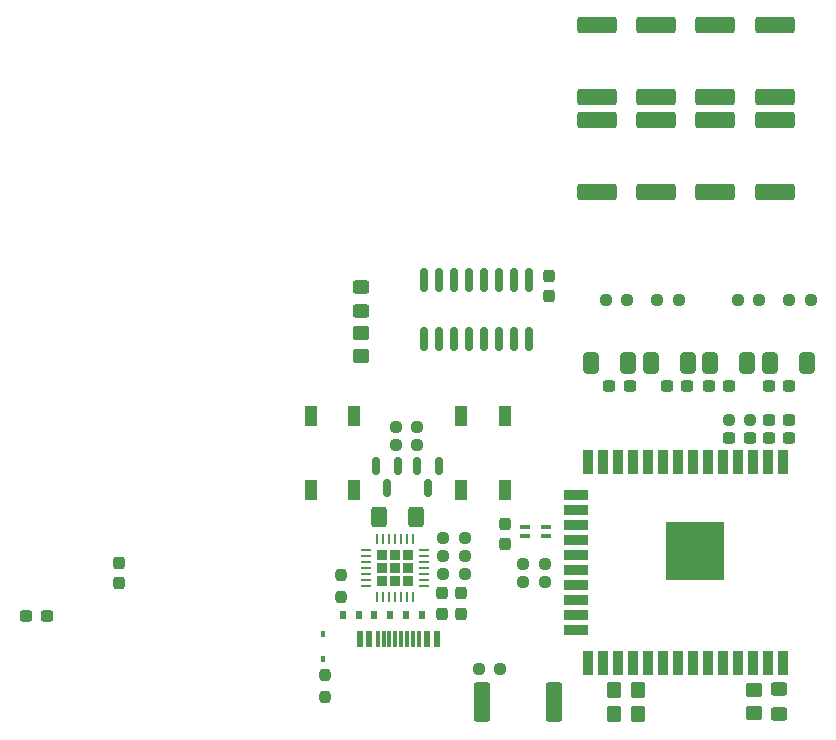
<source format=gtp>
G04 #@! TF.GenerationSoftware,KiCad,Pcbnew,(6.0.4)*
G04 #@! TF.CreationDate,2022-06-03T19:01:50+02:00*
G04 #@! TF.ProjectId,hamodule,68616d6f-6475-46c6-952e-6b696361645f,rev?*
G04 #@! TF.SameCoordinates,Original*
G04 #@! TF.FileFunction,Paste,Top*
G04 #@! TF.FilePolarity,Positive*
%FSLAX46Y46*%
G04 Gerber Fmt 4.6, Leading zero omitted, Abs format (unit mm)*
G04 Created by KiCad (PCBNEW (6.0.4)) date 2022-06-03 19:01:50*
%MOMM*%
%LPD*%
G01*
G04 APERTURE LIST*
G04 Aperture macros list*
%AMRoundRect*
0 Rectangle with rounded corners*
0 $1 Rounding radius*
0 $2 $3 $4 $5 $6 $7 $8 $9 X,Y pos of 4 corners*
0 Add a 4 corners polygon primitive as box body*
4,1,4,$2,$3,$4,$5,$6,$7,$8,$9,$2,$3,0*
0 Add four circle primitives for the rounded corners*
1,1,$1+$1,$2,$3*
1,1,$1+$1,$4,$5*
1,1,$1+$1,$6,$7*
1,1,$1+$1,$8,$9*
0 Add four rect primitives between the rounded corners*
20,1,$1+$1,$2,$3,$4,$5,0*
20,1,$1+$1,$4,$5,$6,$7,0*
20,1,$1+$1,$6,$7,$8,$9,0*
20,1,$1+$1,$8,$9,$2,$3,0*%
G04 Aperture macros list end*
%ADD10RoundRect,0.250000X-0.412500X-0.650000X0.412500X-0.650000X0.412500X0.650000X-0.412500X0.650000X0*%
%ADD11RoundRect,0.249999X-1.425001X0.450001X-1.425001X-0.450001X1.425001X-0.450001X1.425001X0.450001X0*%
%ADD12RoundRect,0.250000X-0.450000X0.325000X-0.450000X-0.325000X0.450000X-0.325000X0.450000X0.325000X0*%
%ADD13RoundRect,0.250000X-0.450000X0.350000X-0.450000X-0.350000X0.450000X-0.350000X0.450000X0.350000X0*%
%ADD14RoundRect,0.237500X0.300000X0.237500X-0.300000X0.237500X-0.300000X-0.237500X0.300000X-0.237500X0*%
%ADD15RoundRect,0.237500X0.237500X-0.300000X0.237500X0.300000X-0.237500X0.300000X-0.237500X-0.300000X0*%
%ADD16RoundRect,0.237500X-0.237500X0.300000X-0.237500X-0.300000X0.237500X-0.300000X0.237500X0.300000X0*%
%ADD17RoundRect,0.150000X0.150000X-0.825000X0.150000X0.825000X-0.150000X0.825000X-0.150000X-0.825000X0*%
%ADD18RoundRect,0.237500X-0.300000X-0.237500X0.300000X-0.237500X0.300000X0.237500X-0.300000X0.237500X0*%
%ADD19RoundRect,0.250000X0.412500X0.650000X-0.412500X0.650000X-0.412500X-0.650000X0.412500X-0.650000X0*%
%ADD20RoundRect,0.237500X-0.250000X-0.237500X0.250000X-0.237500X0.250000X0.237500X-0.250000X0.237500X0*%
%ADD21RoundRect,0.150000X-0.150000X0.587500X-0.150000X-0.587500X0.150000X-0.587500X0.150000X0.587500X0*%
%ADD22RoundRect,0.237500X0.250000X0.237500X-0.250000X0.237500X-0.250000X-0.237500X0.250000X-0.237500X0*%
%ADD23R,0.600000X0.700000*%
%ADD24R,1.100000X1.800000*%
%ADD25RoundRect,0.237500X-0.237500X0.250000X-0.237500X-0.250000X0.237500X-0.250000X0.237500X0.250000X0*%
%ADD26R,0.450000X0.600000*%
%ADD27R,0.900000X2.000000*%
%ADD28R,2.000000X0.900000*%
%ADD29R,5.000000X5.000000*%
%ADD30RoundRect,0.250000X0.400000X0.625000X-0.400000X0.625000X-0.400000X-0.625000X0.400000X-0.625000X0*%
%ADD31RoundRect,0.250000X0.350000X0.450000X-0.350000X0.450000X-0.350000X-0.450000X0.350000X-0.450000X0*%
%ADD32RoundRect,0.225000X0.225000X-0.225000X0.225000X0.225000X-0.225000X0.225000X-0.225000X-0.225000X0*%
%ADD33RoundRect,0.062500X0.062500X-0.337500X0.062500X0.337500X-0.062500X0.337500X-0.062500X-0.337500X0*%
%ADD34RoundRect,0.062500X0.337500X-0.062500X0.337500X0.062500X-0.337500X0.062500X-0.337500X-0.062500X0*%
%ADD35R,0.600000X1.450000*%
%ADD36R,0.300000X1.450000*%
%ADD37RoundRect,0.249999X-0.450001X-1.425001X0.450001X-1.425001X0.450001X1.425001X-0.450001X1.425001X0*%
%ADD38R,0.820000X0.304800*%
%ADD39R,0.820000X0.308800*%
%ADD40RoundRect,0.250000X0.450000X-0.350000X0.450000X0.350000X-0.450000X0.350000X-0.450000X-0.350000X0*%
G04 APERTURE END LIST*
D10*
X182677074Y-120583120D03*
X185802074Y-120583120D03*
D11*
X178117500Y-91986100D03*
X178117500Y-98086100D03*
X183070500Y-91986100D03*
X183070500Y-98086100D03*
X183070500Y-100037900D03*
X183070500Y-106137900D03*
X178117500Y-100037900D03*
X178117500Y-106137900D03*
D12*
X158100000Y-114150000D03*
X158100000Y-116200000D03*
D13*
X158100000Y-118000000D03*
X158100000Y-120000000D03*
D14*
X131500000Y-142000000D03*
X129775000Y-142000000D03*
D15*
X137600000Y-139200000D03*
X137600000Y-137475000D03*
D16*
X174000000Y-113175000D03*
X174000000Y-114900000D03*
D17*
X163455000Y-118512500D03*
X164725000Y-118512500D03*
X165995000Y-118512500D03*
X167265000Y-118512500D03*
X168535000Y-118512500D03*
X169805000Y-118512500D03*
X171075000Y-118512500D03*
X172345000Y-118512500D03*
X172345000Y-113562500D03*
X171075000Y-113562500D03*
X169805000Y-113562500D03*
X168535000Y-113562500D03*
X167265000Y-113562500D03*
X165995000Y-113562500D03*
X164725000Y-113562500D03*
X163455000Y-113562500D03*
D18*
X183998674Y-122564320D03*
X185723674Y-122564320D03*
D14*
X189305074Y-122564320D03*
X187580074Y-122564320D03*
D19*
X190818974Y-120583120D03*
X187693974Y-120583120D03*
D10*
X192761674Y-120583120D03*
X195886674Y-120583120D03*
D11*
X193128900Y-100037900D03*
X193128900Y-106137900D03*
X188099700Y-91986100D03*
X188099700Y-98086100D03*
X193128900Y-91986100D03*
X193128900Y-98086100D03*
X188099700Y-100037900D03*
X188099700Y-106137900D03*
D14*
X180874474Y-122564320D03*
X179149474Y-122564320D03*
D18*
X192660074Y-122564320D03*
X194385074Y-122564320D03*
D20*
X189256000Y-125412500D03*
X191081000Y-125412500D03*
D18*
X192659000Y-125412500D03*
X194384000Y-125412500D03*
D14*
X191018500Y-126936500D03*
X189293500Y-126936500D03*
D21*
X164746500Y-129298500D03*
X162846500Y-129298500D03*
X163796500Y-131173500D03*
D20*
X161071500Y-127513500D03*
X162896500Y-127513500D03*
D22*
X162896500Y-125983500D03*
X161071500Y-125983500D03*
D23*
X157983000Y-141900900D03*
X156583000Y-141900900D03*
D24*
X166566500Y-131300000D03*
X166566500Y-125100000D03*
X170266500Y-125100000D03*
X170266500Y-131300000D03*
X157550000Y-131300000D03*
X157550000Y-125100000D03*
X153850000Y-125100000D03*
X153850000Y-131300000D03*
D16*
X164974900Y-140078300D03*
X164974900Y-141803300D03*
D20*
X165065500Y-135410900D03*
X166890500Y-135410900D03*
D22*
X166890500Y-138458900D03*
X165065500Y-138458900D03*
D20*
X165065500Y-136934900D03*
X166890500Y-136934900D03*
D16*
X166574900Y-140084800D03*
X166574900Y-141809800D03*
D25*
X156406500Y-138553000D03*
X156406500Y-140378000D03*
D26*
X154876500Y-143514100D03*
X154876500Y-145614100D03*
D23*
X160583000Y-141900900D03*
X159183000Y-141900900D03*
X161893000Y-141900900D03*
X163293000Y-141900900D03*
D27*
X193865500Y-128986500D03*
X192595500Y-128986500D03*
X191325500Y-128986500D03*
X190055500Y-128986500D03*
X188785500Y-128986500D03*
X187515500Y-128986500D03*
X186245500Y-128986500D03*
X184975500Y-128986500D03*
X183705500Y-128986500D03*
X182435500Y-128986500D03*
X181165500Y-128986500D03*
X179895500Y-128986500D03*
X178625500Y-128986500D03*
X177355500Y-128986500D03*
D28*
X176355500Y-131771500D03*
X176355500Y-133041500D03*
X176355500Y-134311500D03*
X176355500Y-135581500D03*
X176355500Y-136851500D03*
X176355500Y-138121500D03*
X176355500Y-139391500D03*
X176355500Y-140661500D03*
X176355500Y-141931500D03*
X176355500Y-143201500D03*
D27*
X177355500Y-145986500D03*
X178625500Y-145986500D03*
X179895500Y-145986500D03*
X181165500Y-145986500D03*
X182435500Y-145986500D03*
X183705500Y-145986500D03*
X184975500Y-145986500D03*
X186245500Y-145986500D03*
X187515500Y-145986500D03*
X188785500Y-145986500D03*
X190055500Y-145986500D03*
X191325500Y-145986500D03*
X192595500Y-145986500D03*
X193865500Y-145986500D03*
D29*
X186365500Y-136486500D03*
D21*
X161286500Y-129308500D03*
X159386500Y-129308500D03*
X160336500Y-131183500D03*
D30*
X162779000Y-133575500D03*
X159679000Y-133575500D03*
D31*
X181578000Y-150304500D03*
X179578000Y-150304500D03*
X181578000Y-148272500D03*
X179578000Y-148272500D03*
D32*
X162103000Y-136820900D03*
X160983000Y-137940900D03*
X159863000Y-137940900D03*
X159863000Y-136820900D03*
X162103000Y-139060900D03*
X160983000Y-139060900D03*
X162103000Y-137940900D03*
X159863000Y-139060900D03*
X160983000Y-136820900D03*
D33*
X159483000Y-140390900D03*
X159983000Y-140390900D03*
X160483000Y-140390900D03*
X160983000Y-140390900D03*
X161483000Y-140390900D03*
X161983000Y-140390900D03*
X162483000Y-140390900D03*
D34*
X163433000Y-139440900D03*
X163433000Y-138940900D03*
X163433000Y-138440900D03*
X163433000Y-137940900D03*
X163433000Y-137440900D03*
X163433000Y-136940900D03*
X163433000Y-136440900D03*
D33*
X162483000Y-135490900D03*
X161983000Y-135490900D03*
X161483000Y-135490900D03*
X160983000Y-135490900D03*
X160483000Y-135490900D03*
X159983000Y-135490900D03*
X159483000Y-135490900D03*
D34*
X158533000Y-136440900D03*
X158533000Y-136940900D03*
X158533000Y-137440900D03*
X158533000Y-137940900D03*
X158533000Y-138440900D03*
X158533000Y-138940900D03*
X158533000Y-139440900D03*
D18*
X192648500Y-126936500D03*
X194373500Y-126936500D03*
D19*
X180747474Y-120583120D03*
X177622474Y-120583120D03*
D16*
X170296500Y-134186100D03*
X170296500Y-135911100D03*
D20*
X168096500Y-146513500D03*
X169921500Y-146513500D03*
X189993074Y-115274520D03*
X191818074Y-115274520D03*
X178820874Y-115274520D03*
X180645874Y-115274520D03*
D12*
X193484500Y-148217500D03*
X193484500Y-150267500D03*
D35*
X158023000Y-143955900D03*
X158823000Y-143955900D03*
D36*
X160023000Y-143955900D03*
X161023000Y-143955900D03*
X161523000Y-143955900D03*
X162523000Y-143955900D03*
D35*
X163723000Y-143955900D03*
X164523000Y-143955900D03*
X164523000Y-143955900D03*
X163723000Y-143955900D03*
D36*
X163023000Y-143955900D03*
X162023000Y-143955900D03*
X160523000Y-143955900D03*
X159523000Y-143955900D03*
D35*
X158823000Y-143955900D03*
X158023000Y-143955900D03*
D22*
X196186874Y-115274520D03*
X194361874Y-115274520D03*
D37*
X168326500Y-149243500D03*
X174426500Y-149243500D03*
D38*
X173760000Y-135261900D03*
D39*
X173760000Y-134451100D03*
X172040000Y-134451100D03*
D38*
X172040000Y-135261900D03*
D20*
X171869100Y-137604500D03*
X173694100Y-137604500D03*
D22*
X185014674Y-115274520D03*
X183189674Y-115274520D03*
D20*
X171869100Y-139128500D03*
X173694100Y-139128500D03*
D40*
X191407500Y-150242500D03*
X191407500Y-148242500D03*
D25*
X155086500Y-147013500D03*
X155086500Y-148838500D03*
M02*

</source>
